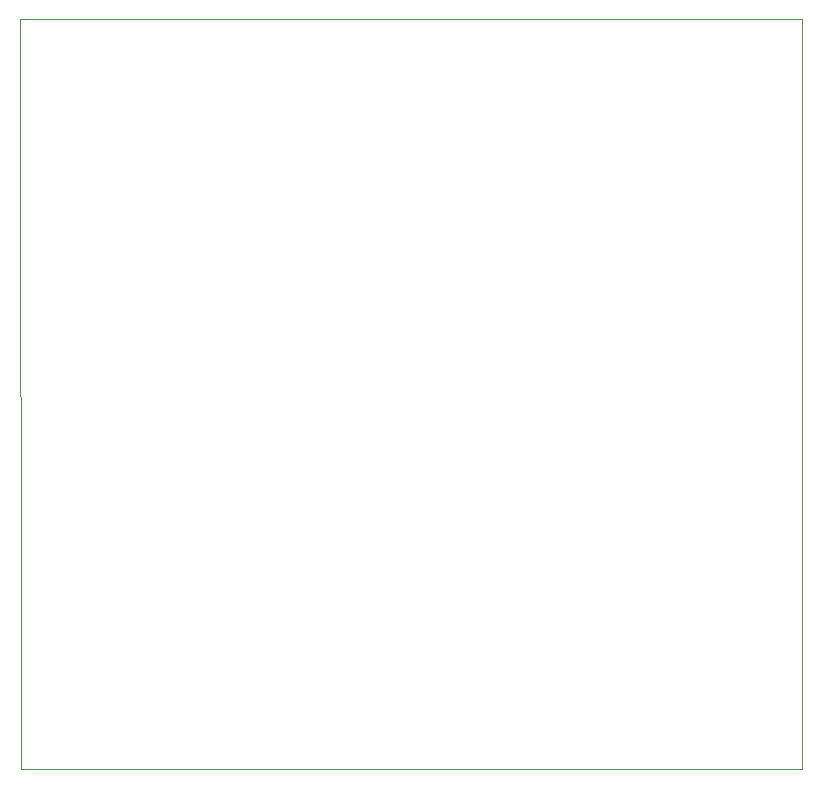
<source format=gbr>
G04 #@! TF.GenerationSoftware,KiCad,Pcbnew,5.99.0-unknown-c3175b4~86~ubuntu16.04.1*
G04 #@! TF.CreationDate,2019-12-02T17:53:19+01:00*
G04 #@! TF.ProjectId,IntAna,496e7441-6e61-42e6-9b69-6361645f7063,rev?*
G04 #@! TF.SameCoordinates,Original*
G04 #@! TF.FileFunction,Profile,NP*
%FSLAX46Y46*%
G04 Gerber Fmt 4.6, Leading zero omitted, Abs format (unit mm)*
G04 Created by KiCad (PCBNEW 5.99.0-unknown-c3175b4~86~ubuntu16.04.1) date 2019-12-02 17:53:19*
%MOMM*%
%LPD*%
G04 APERTURE LIST*
%ADD10C,0.050000*%
G04 APERTURE END LIST*
D10*
X114000000Y-133100000D02*
X113900000Y-69596000D01*
X180086000Y-133096000D02*
X114000000Y-133100000D01*
X180080000Y-69596000D02*
X180086000Y-133096000D01*
X113900000Y-69596000D02*
X180080000Y-69596000D01*
M02*

</source>
